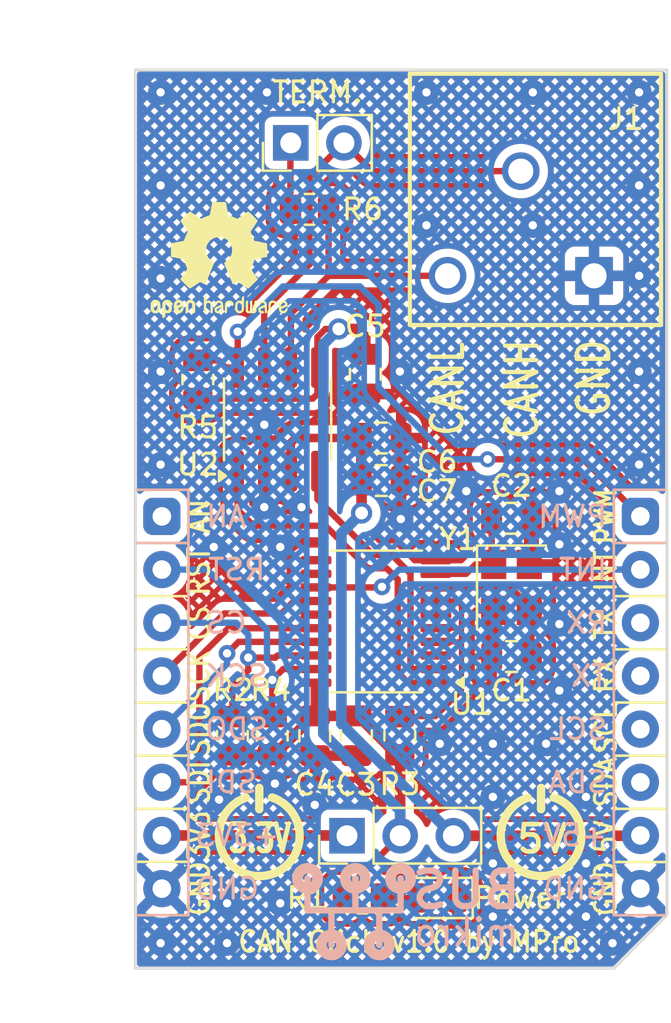
<source format=kicad_pcb>
(kicad_pcb (version 20241229) (generator "pcbnew") (generator_version "9.0")
  (title_block (title "CAN Click") (date "2025-04-21") (rev "1.0") (company "© 2025 MPro") (comment 1 "Designed by MPro") (comment 4 "Licensed under CERN-OHL-P v2 or any later version"))
  (layers (0 "F.Cu" signal) (2 "B.Cu" signal) (13 "F.Paste" user) (15 "B.Paste" user) (5 "F.SilkS" user "F.Silkscreen") (7 "B.SilkS" user "B.Silkscreen") (1 "F.Mask" user) (3 "B.Mask" user) (25 "Edge.Cuts" user))
  (net 0 "")
  (net 1 "Net-(U1-OSC2)")
  (net 2 "GND")
  (net 3 "Net-(U1-OSC1)")
  (net 4 "VCC")
  (net 5 "Net-(D1-A)")
  (net 6 "Net-(J1-Pin_2)")
  (net 7 "Net-(J1-Pin_3)")
  (net 8 "/~{INT}")
  (net 9 "/MOSI")
  (net 11 "/~{RESET}")
  (net 14 "/MISO")
  (net 16 "/~{STB}")
  (net 18 "/~{CS}")
  (net 19 "+3.3V")
  (net 20 "+5V")
  (net 21 "/SCK")
  (net 22 "Net-(JP2-A)")
  (net 23 "Net-(U1-~{TX0RTS})")
  (net 24 "Net-(U1-TXCAN)")
  (net 28 "Net-(U1-RXCAN)")
  (footprint "footprints:PinHeader_1x02_P2.54mm_Vertical" (layer "F.Cu") (at 98.166 49.149 90)
    (property "Reference" "JP2")
    (property "Value" "TERM." (at 2.413 1.275 0) (layer "F.SilkS"))
    (pad "1" thru_hole rect (at 0 0 90) (size 1.7 1.7) (drill 1) (layers "*.Cu" "*.Mask") (net 22 "Net-(JP2-A)"))
    (pad "2" thru_hole oval (at 0 2.54 90) (size 1.7 1.7) (drill 1) (layers "*.Cu" "*.Mask") (net 6 "Net-(J1-Pin_2)"))
  )
  (footprint "footprints:mikroBUS_module_M" (layer "F.Cu") (at 92.0085 66.991)
    (property "Reference" "J2" (hide yes))
    (property "Value" "CAN Click v1.0 by MPro" (at 11.8 20.32 0) (layer "F.SilkS") (effects (font (size 1 0.9))))
    (fp_line (start -1.27 -21.336) (end 24.13 -21.336) (stroke (width 0.12)) (layer "Edge.Cuts"))
    (fp_line (start -1.27 21.59) (end -1.27 -21.336) (stroke (width 0.12)) (layer "Edge.Cuts"))
    (fp_line (start 21.6 21.59) (end -1.27 21.59) (stroke (width 0.12)) (layer "Edge.Cuts"))
    (fp_line (start 21.6 21.59) (end 24.13 19.05) (stroke (width 0.12)) (layer "Edge.Cuts"))
    (fp_line (start 24.13 -21.336) (end 24.13 19.05) (stroke (width 0.12)) (layer "Edge.Cuts"))
    (fp_text user "GND" (at 21.209 17.78 90) (layer "F.SilkS") (effects (font (size 1 0.85) (thickness 0.15) (bold yes))))
    (fp_text user "GND" (at 1.778 17.78 90) (layer "F.SilkS") (effects (font (size 1 0.85) (thickness 0.15) (bold yes))))
    (fp_text user "PWM" (at 21.209 0 90) (layer "F.SilkS") (effects (font (size 1 0.8) (thickness 0.15) (bold yes))))
    (fp_text user "5V" (at 21.209 15.3 90) (layer "F.SilkS") (effects (font (size 1 0.85) (thickness 0.15) (bold yes))))
    (fp_text user "SCL" (at 21.209 10.16 90) (layer "F.SilkS") (effects (font (size 1 0.85) (thickness 0.15) (bold yes))))
    (fp_text user "INT" (at 21.209 2.6 90) (layer "F.SilkS") (effects (font (size 1 0.85) (thickness 0.15) (bold yes))))
    (fp_text user "SDA" (at 21.209 12.7 90) (layer "F.SilkS") (effects (font (size 1 0.85) (thickness 0.15) (bold yes))))
    (fp_text user "3V3" (at 1.778 15.24 90) (layer "F.SilkS") (effects (font (size 1 0.85) (thickness 0.15) (bold yes))))
    (fp_text user "RX" (at 21.209 7.6 90) (layer "F.SilkS") (effects (font (size 1 0.85) (thickness 0.15) (bold yes))))
    (fp_text user "SCK" (at 1.778 7.62 90) (layer "F.SilkS") (effects (font (size 1 0.85))))
    (fp_text user "AN" (at 1.778 0 90) (layer "F.SilkS") (effects (font (size 1 0.85))))
    (fp_text user "RST" (at 1.778 2.623639 90) (layer "F.SilkS") (effects (font (size 1 0.85))))
    (fp_text user "TX" (at 21.209 5.141427 90) (layer "F.SilkS") (effects (font (size 1 0.85) (thickness 0.15) (bold yes))))
    (fp_text user "SDO" (at 1.778 10.16 90) (layer "F.SilkS") (effects (font (size 1 0.85))))
    (fp_text user "SDI" (at 1.778 12.7 90) (layer "F.SilkS") (effects (font (size 1 0.85) (thickness 0.15) (bold yes))))
    (fp_text user "CS" (at 1.778 5.1 90) (layer "F.SilkS") (effects (font (size 1 0.85))))
    (fp_text user "SDO" (at 3.576659 10.16 0) (layer "B.SilkS") (effects (justify mirror)))
    (fp_text user "RST" (at 3.576659 2.54 0) (layer "B.SilkS") (effects (justify mirror)))
    (fp_text user "TX" (at 20.410514 7.62 0) (layer "B.SilkS") (effects (justify mirror)))
    (fp_text user "AN" (at 3.068659 0 0) (layer "B.SilkS") (effects (justify mirror)))
    (fp_text user "INT" (at 20.1248 2.54 0) (layer "B.SilkS") (effects (justify mirror)))
    (fp_text user "SDA" (at 19.862895 12.7 0) (layer "B.SilkS") (effects (justify mirror)))
    (fp_text user "SCL" (at 19.886704 10.16 0) (layer "B.SilkS") (effects (justify mirror)))
    (fp_text user "+3V3" (at 3.59581 15.24 0) (layer "B.SilkS") (effects (justify mirror)))
    (fp_text user "CS" (at 3.068659 5.08 0) (layer "B.SilkS") (effects (justify mirror)))
    (fp_text user "GND" (at 3.119619 17.78 0) (layer "B.SilkS") (effects (justify mirror)))
    (fp_text user "+5V" (at 19.743847 15.24 0) (layer "B.SilkS") (effects (justify mirror)))
    (fp_text user "GND" (at 19.743847 17.78 0) (layer "B.SilkS") (effects (justify mirror)))
    (fp_text user "PWM" (at 19.6248 0 0) (layer "B.SilkS") (effects (justify mirror)))
    (fp_text user "SCK" (at 3.576659 7.62 0) (layer "B.SilkS") (effects (justify mirror)))
    (fp_text user "SDI" (at 3.322659 12.7 0) (layer "B.SilkS") (effects (justify mirror)))
    (fp_text user "RX" (at 20.291466 5.08 0) (layer "B.SilkS") (effects (justify mirror)))
    (pad "P1" thru_hole roundrect (at 0 0) (size 1.778 1.778) (drill 0.889) (layers "*.Cu" "*.Mask"))
    (pad "P2" thru_hole circle (at 0 2.54) (size 1.778 1.778) (drill 0.889) (layers "*.Cu" "*.Mask") (net 11 "/~{RESET}"))
    (pad "P3" thru_hole circle (at 0 5.08) (size 1.778 1.778) (drill 0.889) (layers "*.Cu" "*.Mask") (net 18 "/~{CS}"))
    (pad "P4" thru_hole circle (at 0 7.62) (size 1.778 1.778) (drill 0.889) (layers "*.Cu" "*.Mask") (net 21 "/SCK"))
    (pad "P5" thru_hole circle (at 0 10.16) (size 1.778 1.778) (drill 0.889) (layers "*.Cu" "*.Mask") (net 14 "/MISO"))
    (pad "P6" thru_hole circle (at 0 12.7) (size 1.778 1.778) (drill 0.889) (layers "*.Cu" "*.Mask") (net 9 "/MOSI"))
    (pad "P7" thru_hole circle (at 0 15.24) (size 1.778 1.778) (drill 0.889) (layers "*.Cu" "*.Mask") (net 19 "+3.3V"))
    (pad "P8" thru_hole circle (at 0 17.78) (size 1.778 1.778) (drill 0.889) (layers "*.Cu" "*.Mask") (net 2 "GND"))
    (pad "P9" thru_hole circle (at 22.86 17.78) (size 1.778 1.778) (drill 0.889) (layers "*.Cu" "*.Mask") (net 2 "GND"))
    (pad "P10" thru_hole circle (at 22.86 15.24) (size 1.778 1.778) (drill 0.889) (layers "*.Cu" "*.Mask") (net 20 "+5V"))
    (pad "P11" thru_hole circle (at 22.86 12.7) (size 1.778 1.778) (drill 0.889) (layers "*.Cu" "*.Mask"))
    (pad "P12" thru_hole circle (at 22.86 10.16) (size 1.778 1.778) (drill 0.889) (layers "*.Cu" "*.Mask"))
    (pad "P13" thru_hole circle (at 22.86 7.62) (size 1.778 1.778) (drill 0.889) (layers "*.Cu" "*.Mask"))
    (pad "P14" thru_hole circle (at 22.86 5.08) (size 1.778 1.778) (drill 0.889) (layers "*.Cu" "*.Mask"))
    (pad "P15" thru_hole circle (at 22.86 2.54) (size 1.778 1.778) (drill 0.889) (layers "*.Cu" "*.Mask") (net 8 "/~{INT}"))
    (pad "P16" thru_hole roundrect (at 22.86 0) (size 1.778 1.778) (drill 0.889) (layers "*.Cu" "*.Mask") (net 16 "/~{STB}"))
  )
  (footprint "footprints:LED_0805_2012Metric" (layer "F.Cu") (at 105.171 85.217 180)
    (property "Reference" "D1")
    (property "Value" "Power" (at -3.937 0 0) (layer "F.SilkS"))
    (pad "1" smd roundrect (at -0.937501 0 180) (size 0.975 1.4) (layers "F.Cu" "F.Mask" "F.Paste") (net 2 "GND"))
    (pad "2" smd roundrect (at 0.937501 0 180) (size 0.975 1.4) (layers "F.Cu" "F.Mask" "F.Paste") (net 5 "Net-(D1-A)"))
  )
  (footprint "footprints:R_0805_2012Metric" (layer "F.Cu") (at 103.3765 77.470001 90)
    (property "Reference" "R3" (at -2.311399 0.0015 180) (layer "F.SilkS"))
    (property "Value" "100k")
    (pad "1" smd roundrect (at -0.9125 0 90) (size 1.025 1.4) (layers "F.Cu" "F.Mask" "F.Paste") (roundrect_rratio 0.243902) (net 4 "VCC"))
    (pad "2" smd roundrect (at 0.9125 0 90) (size 1.025 1.4) (layers "F.Cu" "F.Mask" "F.Paste") (roundrect_rratio 0.243902) (net 23 "Net-(U1-~{TX0RTS})"))
  )
  (footprint "footprints:Logo_Power_5V" (layer "F.Cu") (at 110.124 82.2452)
    (property "Reference" "REF**")
    (property "Value" "LOGO")
    (fp_text user "5V" (at -1.27 0.9144 0) (layer "F.SilkS") (effects (font (size 1.3 1.3) (thickness 0.225) (bold yes)) (justify left bottom)))
  )
  (footprint "footprints:PinHeader_1x03_P2.54mm_Vertical" (layer "F.Cu") (at 100.853 82.2452 90)
    (property "Reference" "JP1")
    (property "Value" "PWR")
    (pad "1" thru_hole rect (at 0 0 90) (size 1.7 1.7) (drill 1) (layers "*.Cu" "*.Mask") (net 19 "+3.3V"))
    (pad "2" thru_hole oval (at 0 2.54 90) (size 1.7 1.7) (drill 1) (layers "*.Cu" "*.Mask") (net 4 "VCC"))
    (pad "3" thru_hole oval (at 0 5.079999 90) (size 1.7 1.7) (drill 1) (layers "*.Cu" "*.Mask") (net 20 "+5V"))
  )
  (footprint "footprints:DG250-3.5-03P-11-00AH" (layer "F.Cu") (at 112.655 55.499 180)
    (property "Reference" "J1" (at -1.518 7.493 0) (layer "F.SilkS"))
    (property "Value" "CAN")
    (pad "1" thru_hole rect (at 0 0 180) (size 1.8 1.8) (drill 1.2) (layers "*.Cu" "*.Mask") (net 2 "GND"))
    (pad "2" thru_hole circle (at 3.5 5 180) (size 1.8 1.8) (drill 1.2) (layers "*.Cu" "*.Mask") (net 6 "Net-(J1-Pin_2)"))
    (pad "3" thru_hole circle (at 7 0 180) (size 1.8 1.8) (drill 1.2) (layers "*.Cu" "*.Mask") (net 7 "Net-(J1-Pin_3)"))
  )
  (footprint "footprints:R_0805_2012Metric" (layer "F.Cu") (at 93.726 60.452 90)
    (property "Reference" "R5" (at -2.286 0 180) (layer "F.SilkS"))
    (property "Value" "10k")
    (pad "1" smd roundrect (at -0.9125 0 90) (size 1.025 1.4) (layers "F.Cu" "F.Mask" "F.Paste") (roundrect_rratio 0.243902) (net 4 "VCC"))
    (pad "2" smd roundrect (at 0.9125 0 90) (size 1.025 1.4) (layers "F.Cu" "F.Mask" "F.Paste") (roundrect_rratio 0.243902) (net 16 "/~{STB}"))
  )
  (footprint "footprints:Crystal_SMD_3225-4Pin_3.2x2.5mm" (layer "F.Cu") (at 108.712 70.3834 -90)
    (property "Reference" "Y1" (at -2.3114 2.54 180) (layer "F.SilkS"))
    (property "Value" "16MHz")
    (pad "1" smd rect (at -1.1 0.85 270) (size 1.4 1.2) (layers "F.Cu" "F.Mask" "F.Paste") (net 3 "Net-(U1-OSC1)"))
    (pad "2" smd rect (at 1.1 0.85 270) (size 1.4 1.2) (layers "F.Cu" "F.Mask" "F.Paste") (net 2 "GND"))
    (pad "3" smd rect (at 1.1 -0.85 270) (size 1.4 1.2) (layers "F.Cu" "F.Mask" "F.Paste") (net 1 "Net-(U1-OSC2)"))
    (pad "4" smd rect (at -1.1 -0.85 270) (size 1.4 1.2) (layers "F.Cu" "F.Mask" "F.Paste") (net 2 "GND"))
  )
  (footprint "footprints:C_0805_2012Metric" (layer "F.Cu") (at 102.489 65.278)
    (property "Reference" "C7" (at 2.667 0.508 0) (layer "F.SilkS"))
    (property "Value" "100n")
    (pad "1" smd roundrect (at -0.949999 0) (size 1 1.45) (layers "F.Cu" "F.Mask" "F.Paste") (net 20 "+5V"))
    (pad "2" smd roundrect (at 0.949999 0) (size 1 1.45) (layers "F.Cu" "F.Mask" "F.Paste") (net 2 "GND"))
  )
  (footprint "footprints:TSSOP-20_4.4x6.5mm_P0.65mm" (layer "F.Cu") (at 102.235 72.009 180)
    (property "Reference" "U1" (at -4.572 -3.937 0) (layer "F.SilkS"))
    (property "Value" "MCP2515-xST")
    (pad "1" smd roundrect (at -2.8625 -2.925 180) (size 1.475 0.4) (layers "F.Cu" "F.Mask" "F.Paste") (net 24 "Net-(U1-TXCAN)"))
    (pad "2" smd roundrect (at -2.8625 -2.275 180) (size 1.475 0.4) (layers "F.Cu" "F.Mask" "F.Paste") (net 28 "Net-(U1-RXCAN)"))
    (pad "3" smd roundrect (at -2.8625 -1.625 180) (size 1.475 0.4) (layers "F.Cu" "F.Mask" "F.Paste"))
    (pad "4" smd roundrect (at -2.8625 -0.975 180) (size 1.475 0.4) (layers "F.Cu" "F.Mask" "F.Paste") (net 23 "Net-(U1-~{TX0RTS})"))
    (pad "5" smd roundrect (at -2.8625 -0.325 180) (size 1.475 0.4) (layers "F.Cu" "F.Mask" "F.Paste") (net 23 "Net-(U1-~{TX0RTS})"))
    (pad "6" smd roundrect (at -2.8625 0.325 180) (size 1.475 0.4) (layers "F.Cu" "F.Mask" "F.Paste"))
    (pad "7" smd roundrect (at -2.8625 0.975 180) (size 1.475 0.4) (layers "F.Cu" "F.Mask" "F.Paste") (net 23 "Net-(U1-~{TX0RTS})"))
    (pad "8" smd roundrect (at -2.8625 1.625 180) (size 1.475 0.4) (layers "F.Cu" "F.Mask" "F.Paste") (net 1 "Net-(U1-OSC2)"))
    (pad "9" smd roundrect (at -2.8625 2.275 180) (size 1.475 0.4) (layers "F.Cu" "F.Mask" "F.Paste") (net 3 "Net-(U1-OSC1)"))
    (pad "10" smd roundrect (at -2.8625 2.925 180) (size 1.475 0.4) (layers "F.Cu" "F.Mask" "F.Paste") (net 2 "GND"))
    (pad "11" smd roundrect (at 2.8625 2.925 180) (size 1.475 0.4) (layers "F.Cu" "F.Mask" "F.Paste"))
    (pad "12" smd roundrect (at 2.8625 2.275 180) (size 1.475 0.4) (layers "F.Cu" "F.Mask" "F.Paste"))
    (pad "13" smd roundrect (at 2.8625 1.625 180) (size 1.475 0.4) (layers "F.Cu" "F.Mask" "F.Paste") (net 8 "/~{INT}"))
    (pad "14" smd roundrect (at 2.8625 0.975 180) (size 1.475 0.4) (layers "F.Cu" "F.Mask" "F.Paste") (net 21 "/SCK"))
    (pad "15" smd roundrect (at 2.8625 0.325 180) (size 1.475 0.4) (layers "F.Cu" "F.Mask" "F.Paste"))
    (pad "16" smd roundrect (at 2.8625 -0.325 180) (size 1.475 0.4) (layers "F.Cu" "F.Mask" "F.Paste") (net 9 "/MOSI"))
    (pad "17" smd roundrect (at 2.8625 -0.975 180) (size 1.475 0.4) (layers "F.Cu" "F.Mask" "F.Paste") (net 14 "/MISO"))
    (pad "18" smd roundrect (at 2.8625 -1.625 180) (size 1.475 0.4) (layers "F.Cu" "F.Mask" "F.Paste") (net 18 "/~{CS}"))
    (pad "19" smd roundrect (at 2.8625 -2.275 180) (size 1.475 0.4) (layers "F.Cu" "F.Mask" "F.Paste") (net 11 "/~{RESET}"))
    (pad "20" smd roundrect (at 2.8625 -2.925 180) (size 1.475 0.4) (layers "F.Cu" "F.Mask" "F.Paste") (net 4 "VCC"))
  )
  (footprint "footprints:R_0805_2012Metric" (layer "F.Cu") (at 97.282 77.47 90)
    (property "Reference" "R4" (at 2.1844 -0.0762 180) (layer "F.SilkS"))
    (property "Value" "100k")
    (pad "1" smd roundrect (at -0.9125 0 90) (size 1.025 1.4) (layers "F.Cu" "F.Mask" "F.Paste") (roundrect_rratio 0.243902) (net 4 "VCC"))
    (pad "2" smd roundrect (at 0.9125 0 90) (size 1.025 1.4) (layers "F.Cu" "F.Mask" "F.Paste") (roundrect_rratio 0.243902) (net 11 "/~{RESET}"))
  )
  (footprint "footprints:C_0805_2012Metric" (layer "F.Cu") (at 102.489 63.246)
    (property "Reference" "C6" (at 2.667 1.143 0) (layer "F.SilkS"))
    (property "Value" "10u")
    (pad "1" smd roundrect (at -0.949999 0) (size 1 1.45) (layers "F.Cu" "F.Mask" "F.Paste") (net 20 "+5V"))
    (pad "2" smd roundrect (at 0.949999 0) (size 1 1.45) (layers "F.Cu" "F.Mask" "F.Paste") (net 2 "GND"))
  )
  (footprint "footprints:OSHW-Logo2_7.3x6mm_SilkScreen" (layer "F.Cu") (at 94.742 54.737)
    (property "Reference" "LOGO1")
    (property "Value" "Logo_Open_Hardware_Small")
  )
  (footprint "footprints:C_0805_2012Metric" (layer "F.Cu") (at 101.727 60.198 -90)
    (property "Reference" "C5" (at -2.286 0 180) (layer "F.SilkS"))
    (property "Value" "100n")
    (pad "1" smd roundrect (at -0.949999 0 270) (size 1 1.45) (layers "F.Cu" "F.Mask" "F.Paste") (net 4 "VCC"))
    (pad "2" smd roundrect (at 0.949999 0 270) (size 1 1.45) (layers "F.Cu" "F.Mask" "F.Paste") (net 2 "GND"))
  )
  (footprint "footprints:Logo_Power_3V3" (layer "F.Cu") (at 96.662 82.2452)
    (property "Reference" "REF**")
    (property "Value" "LOGO")
    (fp_text user "3.3V" (at -1.5748 0.889 0) (layer "F.SilkS") (effects (font (size 1.3 0.9) (thickness 0.225) (bold yes)) (justify left bottom)))
  )
  (footprint "footprints:C_0805_2012Metric" (layer "F.Cu") (at 101.303999 77.47 -90)
    (property "Reference" "C3" (at 2.3368 0.008799 180) (layer "F.SilkS"))
    (property "Value" "10u")
    (pad "1" smd roundrect (at -0.949999 0 270) (size 1 1.45) (layers "F.Cu" "F.Mask" "F.Paste") (net 4 "VCC"))
    (pad "2" smd roundrect (at 0.949999 0 270) (size 1 1.45) (layers "F.Cu" "F.Mask" "F.Paste") (net 2 "GND"))
  )
  (footprint "footprints:R_0805_2012Metric" (layer "F.Cu") (at 99.06 52.324 180)
    (property "Reference" "R6" (at -2.54 0 0) (layer "F.SilkS"))
    (property "Value" "120")
    (pad "1" smd roundrect (at -0.9125 0 180) (size 1.025 1.4) (layers "F.Cu" "F.Mask" "F.Paste") (roundrect_rratio 0.243902) (net 7 "Net-(J1-Pin_3)"))
    (pad "2" smd roundrect (at 0.9125 0 180) (size 1.025 1.4) (layers "F.Cu" "F.Mask" "F.Paste") (roundrect_rratio 0.243902) (net 22 "Net-(JP2-A)"))
  )
  (footprint "footprints:C_0805_2012Metric" (layer "F.Cu") (at 108.712 73.685399)
    (property "Reference" "C1" (at 0 1.625601 0) (layer "F.SilkS"))
    (property "Value" "22pF")
    (pad "1" smd roundrect (at -0.949999 0) (size 1 1.45) (layers "F.Cu" "F.Mask" "F.Paste") (net 2 "GND"))
    (pad "2" smd roundrect (at 0.949999 0) (size 1 1.45) (layers "F.Cu" "F.Mask" "F.Paste") (net 1 "Net-(U1-OSC2)"))
  )
  (footprint "footprints:C_0805_2012Metric" (layer "F.Cu") (at 108.712 67.0814 180)
    (property "Reference" "C2" (at 0 1.5494 0) (layer "F.SilkS"))
    (property "Value" "22pF")
    (pad "1" smd roundrect (at -0.949999 0 180) (size 1 1.45) (layers "F.Cu" "F.Mask" "F.Paste") (net 2 "GND"))
    (pad "2" smd roundrect (at 0.949999 0 180) (size 1 1.45) (layers "F.Cu" "F.Mask" "F.Paste") (net 3 "Net-(U1-OSC1)"))
  )
  (footprint "footprints:R_0805_2012Metric" (layer "F.Cu") (at 95.377 77.47 90)
    (property "Reference" "R2" (at 2.1844 0.0254 180) (layer "F.SilkS"))
    (property "Value" "100k")
    (pad "1" smd roundrect (at -0.9125 0 90) (size 1.025 1.4) (layers "F.Cu" "F.Mask" "F.Paste") (roundrect_rratio 0.243902) (net 4 "VCC"))
    (pad "2" smd roundrect (at 0.9125 0 90) (size 1.025 1.4) (layers "F.Cu" "F.Mask" "F.Paste") (roundrect_rratio 0.243902) (net 18 "/~{CS}"))
  )
  (footprint "footprints:R_0805_2012Metric" (layer "F.Cu") (at 101.5915 85.217)
    (property "Reference" "R1" (at -2.6435 0 0) (layer "F.SilkS"))
    (property "Value" "2k2")
    (pad "1" smd roundrect (at -0.9125 0) (size 1.025 1.4) (layers "F.Cu" "F.Mask" "F.Paste") (roundrect_rratio 0.243902) (net 4 "VCC"))
    (pad "2" smd roundrect (at 0.9125 0) (size 1.025 1.4) (layers "F.Cu" "F.Mask" "F.Paste") (roundrect_rratio 0.243902) (net 5 "Net-(D1-A)"))
  )
  (footprint "footprints:C_0805_2012Metric" (layer "F.Cu") (at 99.314 77.470001 -90)
    (property "Reference" "C4" (at 2.336799 0 180) (layer "F.SilkS"))
    (property "Value" "100n")
    (pad "1" smd roundrect (at -0.949999 0 270) (size 1 1.45) (layers "F.Cu" "F.Mask" "F.Paste") (net 4 "VCC"))
    (pad "2" smd roundrect (at 0.949999 0 270) (size 1 1.45) (layers "F.Cu" "F.Mask" "F.Paste") (net 2 "GND"))
  )
  (footprint "Package_SO:SOIC-8_3.9x4.9mm_P1.27mm" (layer "F.Cu") (at 97.536 62.357 90)
    (property "Reference" "U2" (at -2.159 -3.81 180) (layer "F.SilkS"))
    (property "Value" "COS1042T/3")
    (pad "1" smd roundrect (at -2.475 -1.905 90) (size 1.95 0.6) (layers "F.Cu" "F.Mask" "F.Paste") (net 24 "Net-(U1-TXCAN)"))
    (pad "2" smd roundrect (at -2.475 -0.635 90) (size 1.95 0.6) (layers "F.Cu" "F.Mask" "F.Paste") (net 2 "GND"))
    (pad "3" smd roundrect (at -2.475 0.635 90) (size 1.95 0.6) (layers "F.Cu" "F.Mask" "F.Paste") (net 20 "+5V"))
    (pad "4" smd roundrect (at -2.475 1.905 90) (size 1.95 0.6) (layers "F.Cu" "F.Mask" "F.Paste") (net 28 "Net-(U1-RXCAN)"))
    (pad "5" smd roundrect (at 2.475 1.905 90) (size 1.95 0.6) (layers "F.Cu" "F.Mask" "F.Paste") (net 4 "VCC"))
    (pad "6" smd roundrect (at 2.475 0.635 90) (size 1.95 0.6) (layers "F.Cu" "F.Mask" "F.Paste") (net 7 "Net-(J1-Pin_3)"))
    (pad "7" smd roundrect (at 2.475 -0.635 90) (size 1.95 0.6) (layers "F.Cu" "F.Mask" "F.Paste") (net 6 "Net-(J1-Pin_2)"))
    (pad "8" smd roundrect (at 2.475 -1.905 90) (size 1.95 0.6) (layers "F.Cu" "F.Mask" "F.Paste") (net 16 "/~{STB}"))
  )
  (footprint "footprints:mikroBUS_logo_text" (layer "B.Cu") (at 101.219 84.328)
    (property "Reference" "REF**" (hide yes))
    (property "Value" "mikroBUS_logo_text" (hide yes))
    (fp_text user "mikro" (at 5.334 2.54 180) (layer "B.SilkS") (effects (font (size 1.3 1.2) (thickness 0.18)) (justify mirror)))
    (fp_text user "BUS" (at 5.334 0.508 180) (layer "B.SilkS") (effects (font (size 1.7 1.7) (thickness 0.3)) (justify mirror)))
  )
  (gr_text "GND" (at 112.649 58.42 90) (layer "F.SilkS") (effects (font (size 1.5 1.2) (thickness 0.2) (bold yes)) (justify right)))
  (gr_text "CANL" (at 105.664 58.547 90) (layer "F.SilkS") (effects (font (size 1.5 1.2) (thickness 0.2) (bold yes)) (justify right)))
  (gr_text "CANH" (at 109.22 58.42 90) (layer "F.SilkS") (effects (font (size 1.5 1.2) (thickness 0.2) (bold yes)) (justify right)))
  (segment (start 105.0975 70.384) (end 108.6618 70.384) (width 0.3048) (layer "F.Cu") (net 1))
  (segment (start 109.661999 71.583399) (end 109.562 71.4834) (width 0.3048) (layer "F.Cu") (net 1))
  (segment (start 109.562 71.2842) (end 109.562 71.4834) (width 0.3048) (layer "F.Cu") (net 1))
  (segment (start 108.6618 70.384) (end 109.562 71.2842) (width 0.3048) (layer "F.Cu") (net 1))
  (segment (start 109.661999 73.685399) (end 109.661999 71.583399) (width 0.3048) (layer "F.Cu") (net 1))
  (segment (start 105.0975 69.084) (end 104.08931 69.084) (width 0.3048) (layer "F.Cu") (net 2))
  (segment (start 107.862 71.4834) (end 107.0024 71.4834) (width 0.3048) (layer "F.Cu") (net 2))
  (segment (start 105.0975 69.084) (end 106.303 69.084) (width 0.3048) (layer "F.Cu") (net 2))
  (segment (start 106.807 73.66) (end 106.807 74.676) (width 0.3048) (layer "F.Cu") (net 2))
  (segment (start 107.0024 71.4834) (end 106.807 71.6788) (width 0.3048) (layer "F.Cu") (net 2))
  (segment (start 106.807 71.6788) (end 106.807 73.66) (width 0.3048) (layer "F.Cu") (net 2))
  (segment (start 107.762001 73.685399) (end 106.832399 73.685399) (width 0.3048) (layer "F.Cu") (net 2))
  (segment (start 107.762001 71.583399) (end 107.862 71.4834) (width 0.7112) (layer "F.Cu") (net 2))
  (segment (start 106.807 74.676) (end 107.061 74.93) (width 0.3048) (layer "F.Cu") (net 2))
  (segment (start 103.07731 68.072) (end 102.87 68.072) (width 0.3048) (layer "F.Cu") (net 2))
  (segment (start 106.303 69.084) (end 106.68 68.707) (width 0.3048) (layer "F.Cu") (net 2))
  (segment (start 109.661999 67.0814) (end 109.661999 69.183401) (width 0.7112) (layer "F.Cu") (net 2))
  (segment (start 104.08931 69.084) (end 103.07731 68.072) (width 0.3048) (layer "F.Cu") (net 2))
  (segment (start 109.661999 69.183401) (end 109.562 69.2834) (width 0.7112) (layer "F.Cu") (net 2))
  (segment (start 107.762001 73.685399) (end 107.762001 71.583399) (width 0.7112) (layer "F.Cu") (net 2))
  (segment (start 106.832399 73.685399) (end 106.807 73.66) (width 0.3048) (layer "F.Cu") (net 2))
  (via (at 109.728 46.736) (size 0.8) (drill 0.4) (layers "F.Cu" "B.Cu") (net 2))
  (via (at 104.648 46.736) (size 0.8) (drill 0.4) (layers "F.Cu" "B.Cu") (net 2))
  (via (at 95.123 87.376) (size 0.8) (drill 0.4) (layers "F.Cu" "B.Cu") (net 2))
  (via (at 97.663 85.471) (size 0.8) (drill 0.4) (layers "F.Cu" "B.Cu") (net 2))
  (via (at 107.823 83.566) (size 0.8) (drill 0.4) (layers "F.Cu" "B.Cu") (net 2))
  (via (at 91.948 51.181) (size 0.8) (drill 0.4) (layers "F.Cu" "B.Cu") (net 2))
  (via (at 110.998 72.136) (size 0.8) (drill 0.4) (layers "F.Cu" "B.Cu") (net 2))
  (via (at 112.268 80.391) (size 0.8) (drill 0.4) (layers "F.Cu" "B.Cu") (net 2))
  (via (at 91.948 55.626) (size 0.8) (drill 0.4) (layers "F.Cu" "B.Cu") (net 2))
  (via (at 114.808 64.516) (size 0.8) (drill 0.4) (layers "F.Cu" "B.Cu") (net 2))
  (via (at 110.363 77.851) (size 0.8) (drill 0.4) (layers "F.Cu" "B.Cu") (net 2))
  (via (at 113.538 87.376) (size 0.8) (drill 0.4) (layers "F.Cu" "B.Cu") (net 2))
  (via (at 99.314 80.772) (size 0.8) (drill 0.4) (layers "F.Cu" "B.Cu") (net 2))
  (via (at 112.268 86.106) (size 0.8) (drill 0.4) (layers "F.Cu" "B.Cu") (net 2))
  (via (at 114.808 46.736) (size 0.8) (drill 0.4) (layers "F.Cu" "B.Cu") (net 2))
  (via (at 97.663 68.453) (size 0.8) (drill 0.4) (layers "F.Cu" "B.Cu") (net 2))
  (via (at 97.409 79.756) (size 0.8) (drill 0.4) (layers "F.Cu" "B.Cu") (net 2))
  (via (at 98.679 66.548) (size 0.8) (drill 0.4) (layers "F.Cu" "B.Cu") (net 2))
  (via (at 95.123 85.471) (size 0.8) (drill 0.4) (layers "F.Cu" "B.Cu") (net 2))
  (via (at 91.948 87.376) (size 0.8) (drill 0.4) (layers "F.Cu" "B.Cu") (net 2))
  (via (at 110.998 68.326) (size 0.8) (drill 0.4) (layers "F.Cu" "B.Cu") (net 2))
  (via (at 106.553 65.786) (size 0.8) (drill 0.4) (layers "F.Cu" "B.Cu") (net 2))
  (via (at 110.998 65.786) (size 0.8) (drill 0.4) (layers "F.Cu" "B.Cu") (net 2))
  (via (at 107.823 86.106) (size 0.8) (drill 0.4) (layers "F.Cu" "B.Cu") (net 2))
  (via (at 103.4235 67.118) (size 0.8) (drill 0.4) (layers "F.Cu" "B.Cu") (net 2))
  (via (at 112.268 83.566) (size 0.8) (drill 0.4) (layers "F.Cu" "B.Cu") (net 2))
  (via (at 110.998 75.311) (size 0.8) (drill 0.4) (layers "F.Cu" "B.Cu") (net 2))
  (via (at 96.901 62.611) (size 0.8) (drill 0.4) (layers "F.Cu" "B.Cu") (net 2))
  (via (at 114.808 60.071) (size 0.8) (drill 0.4) (layers "F.Cu" "B.Cu") (net 2))
  (via (at 97.028 46.736) (size 0.8) (drill 0.4) (layers "F.Cu" "B.Cu") (net 2))
  (via (at 103.378 60.071) (size 0.8) (drill 0.4) (layers "F.Cu" "B.Cu") (net 2))
  (via (at 94.488 68.453) (size 0.8) (drill 0.4) (layers "F.Cu" "B.Cu") (net 2))
  (via (at 91.948 64.516) (size 0.8) (drill 0.4) (layers "F.Cu" "B.Cu") (net 2))
  (via (at 91.948 60.071) (size 0.8) (drill 0.4) (layers "F.Cu" "B.Cu") (net 2))
  (via (at 109.728 53.086) (size 0.8) (drill 0.4) (layers "F.Cu" "B.Cu") (net 2))
  (via (at 114.808 55.499) (size 0.8) (drill 0.4) (layers "F.Cu" "B.Cu") (net 2))
  (via (at 114.808 51.181) (size 0.8) (drill 0.4) (layers "F.Cu" "B.Cu") (net 2))
  (via (at 104.648 53.086) (size 0.8) (drill 0.4) (layers "F.Cu" "B.Cu") (net 2))
  (via (at 107.823 77.851) (size 0.8) (drill 0.4) (layers "F.Cu" "B.Cu") (net 2))
  (via (at 96.901 66.548) (size 0.8) (drill 0.4) (layers "F.Cu" "B.Cu") (net 2))
  (via (at 107.823 80.391) (size 0.8) (drill 0.4) (layers "F.Cu" "B.Cu") (net 2))
  (via (at 105.283 77.851) (size 0.8) (drill 0.4) (layers "F.Cu" "B.Cu") (net 2))
  (via (at 94.742 80.518) (size 0.8) (drill 0.4) (layers "F.Cu" "B.Cu") (net 2))
  (via (at 91.948 46.736) (size 0.8) (drill 0.4) (layers "F.Cu" "B.Cu") (net 2))
  (segment (start 105.0975 69.734) (end 106.542 69.734) (width 0.3048) (layer "F.Cu") (net 3))
  (segment (start 107.762001 69.183401) (end 107.862 69.2834) (width 0.3048) (layer "F.Cu") (net 3))
  (segment (start 107.762001 67.0814) (end 107.762001 69.183401) (width 0.3048) (layer "F.Cu") (net 3))
  (segment (start 106.9926 69.2834) (end 107.862 69.2834) (width 0.3048) (layer "F.Cu") (net 3))
  (segment (start 106.542 69.734) (end 106.9926 69.2834) (width 0.3048) (layer "F.Cu") (net 3))
  (segment (start 101.303999 76.520001) (end 99.314 76.520002) (width 0.508) (layer "F.Cu") (net 4))
  (segment (start 103.24436 78.382501) (end 101.38186 76.520001) (width 0.508) (layer "F.Cu") (net 4))
  (segment (start 101.38186 76.520001) (end 101.303999 76.520001) (width 0.508) (layer "F.Cu") (net 4))
  (segment (start 99.314 74.9925) (end 99.3725 74.934) (width 0.3048) (layer "F.Cu") (net 4))
  (segment (start 103.393 82.2452) (end 103.393 78.399001) (width 0.508) (layer "F.Cu") (net 4))
  (segment (start 97.3855 78.3825) (end 97.282 78.3825) (width 0.508) (layer "F.Cu") (net 4))
  (segment (start 103.393 78.399001) (end 103.3765 78.382501) (width 0.508) (layer "F.Cu") (net 4))
  (segment (start 100.457 58.039) (end 99.822 58.039) (width 0.3048) (layer "F.Cu") (net 4))
  (segment (start 99.2143 61.3645) (end 99.441 61.1378) (width 0.3048) (layer "F.Cu") (net 4))
  (segment (start 103.3765 78.382501) (end 103.24436 78.382501) (width 0.508) (layer "F.Cu") (net 4))
  (segment (start 100.679 84.9592) (end 103.393 82.2452) (width 0.3048) (layer "F.Cu") (net 4))
  (segment (start 101.727 59.248001) (end 101.727 58.42) (width 0.508) (layer "F.Cu") (net 4))
  (segment (start 99.247998 76.520002) (end 97.3855 78.3825) (width 0.508) (layer "F.Cu") (net 4))
  (segment (start 97.282 78.3825) (end 95.377 78.3825) (width 0.508) (layer "F.Cu") (net 4))
  (segment (start 100.679 85.217) (end 100.679 84.9592) (width 0.3048) (layer "F.Cu") (net 4))
  (segment (start 99.822 58.039) (end 99.441 58.42) (width 0.3048) (layer "F.Cu") (net 4))
  (segment (start 99.314 76.520002) (end 99.314 74.9925) (width 0.4064) (layer "F.Cu") (net 4))
  (segment (start 99.441 61.1378) (end 99.441 59.882) (width 0.3048) (layer "F.Cu") (net 4))
  (segment (start 93.726 61.3645) (end 99.2143 61.3645) (width 0.3048) (layer "F.Cu") (net 4))
  (segment (start 99.314 76.520002) (end 99.247998 76.520002) (width 0.508) (layer "F.Cu") (net 4))
  (segment (start 99.441 58.42) (end 99.441 59.882) (width 0.3048) (layer "F.Cu") (net 4))
  (segment (start 101.346 58.039) (end 100.457 58.039) (width 0.508) (layer "F.Cu") (net 4))
  (segment (start 101.727 58.42) (end 101.346 58.039) (width 0.508) (layer "F.Cu") (net 4))
  (via (at 100.457 58.039) (size 1.016) (drill 0.6096) (layers "F.Cu" "B.Cu") (net 4))
  (segment (start 103.393 81.041) (end 103.393 82.2452) (width 0.508) (layer "B.Cu") (net 4))
  (segment (start 99.7226 58.7734) (end 99.7226 77.3706) (width 0.508) (layer "B.Cu") (net 4))
  (segment (start 99.7226 77.3706) (end 103.393 81.041) (width 0.508) (layer "B.Cu") (net 4))
  (segment (start 100.457 58.039) (end 99.7226 58.7734) (width 0.508) (layer "B.Cu") (net 4))
  (segment (start 102.504 85.217) (end 104.233499 85.217) (width 0.3048) (layer "F.Cu") (net 5))
  (segment (start 100.706 49.149) (end 102.056 50.499) (width 0.3048) (layer "F.Cu") (net 6))
  (segment (start 96.901 59.882) (end 96.901 57.1119) (width 0.3048) (layer "F.Cu") (net 6))
  (segment (start 102.056 50.499) (end 109.155 50.499) (width 0.3048) (layer "F.Cu") (net 6))
  (segment (start 99.06 54.9529) (end 99.06 50.795) (width 0.3048) (layer "F.Cu") (net 6))
  (segment (start 96.901 57.1119) (end 99.06 54.9529) (width 0.3048) (layer "F.Cu") (net 6))
  (segment (start 99.06 50.795) (end 100.706 49.149) (width 0.3048) (layer "F.Cu") (net 6))
  (segment (start 105.655 55.499) (end 99.9744 55.499) (width 0.3048) (layer "F.Cu") (net 7))
  (segment (start 98.171 57.3024) (end 99.9725 55.5009) (width 0.3048) (layer "F.Cu") (net 7))
  (segment (start 98.171 59.882) (end 98.171 57.3024) (width 0.3048) (layer "F.Cu") (net 7))
  (segment (start 99.9725 55.5009) (end 99.9725 52.324) (width 0.3048) (layer "F.Cu") (net 7))
  (segment (start 99.9744 55.499) (end 99.9725 55.5009) (width 0.3048) (layer "F.Cu") (net 7))
  (segment (start 102.524 70.358) (end 102.498 70.384) (width 0.3048) (layer "F.Cu") (net 8))
  (segment (start 102.498 70.384) (end 99.3725 70.384) (width 0.3048) (layer "F.Cu") (net 8))
  (via (at 102.524 70.358) (size 0.8) (drill 0.4) (layers "F.Cu" "B.Cu") (net 8))
  (segment (start 103.338991 69.533409) (end 113.092591 69.533409) (width 0.3048) (layer "B.Cu") (net 8))
  (segment (start 113.095 69.531) (end 114.8685 69.531) (width 0.3048) (layer "B.Cu") (net 8))
  (segment (start 102.524 70.3484) (end 103.338991 69.533409) (width 0.3048) (layer "B.Cu") (net 8))
  (segment (start 102.524 70.358) (end 102.524 70.3484) (width 0.3048) (layer "B.Cu") (net 8))
  (segment (start 113.092591 69.533409) (end 113.095 69.531) (width 0.3048) (layer "B.Cu") (net 8))
  (segment (start 93.8022 79.1464) (end 93.2576 79.691) (width 0.3048) (layer "F.Cu") (net 9))
  (segment (start 95.179 72.334) (end 93.8022 73.7108) (width 0.3048) (layer "F.Cu") (net 9))
  (segment (start 99.3725 72.334) (end 95.179 72.334) (width 0.3048) (layer "F.Cu") (net 9))
  (segment (start 93.2576 79.691) (end 92.0085 79.691) (width 0.3048) (layer "F.Cu") (net 9))
  (segment (start 93.8022 73.7108) (end 93.8022 79.1464) (width 0.3048) (layer "F.Cu") (net 9))
  (segment (start 97.282 74.803) (end 97.801 74.284) (width 0.3048) (layer "F.Cu") (net 11))
  (segment (start 97.282 76.5575) (end 97.282 74.803) (width 0.3048) (layer "F.Cu") (net 11))
  (segment (start 97.801 74.284) (end 99.3725 74.284) (width 0.3048) (layer "F.Cu") (net 11))
  (via (at 97.282 74.803) (size 0.8) (drill 0.4) (layers "F.Cu" "B.Cu") (net 11))
  (segment (start 97.282 74.803) (end 97.282 74.168) (width 0.3048) (layer "B.Cu") (net 11))
  (segment (start 97.028 73.914) (end 97.028 72.39) (width 0.3048) (layer "B.Cu") (net 11))
  (segment (start 97.282 74.168) (end 97.028 73.914) (width 0.3048) (layer "B.Cu") (net 11))
  (segment (start 94.169 69.531) (end 92.0085 69.531) (width 0.3048) (layer "B.Cu") (net 11))
  (segment (start 97.028 72.39) (end 94.169 69.531) (width 0.3048) (layer "B.Cu") (net 11))
  (segment (start 95.672 72.984) (end 99.3725 72.984) (width 0.3048) (layer "F.Cu") (net 14))
  (segment (start 95.123 73.533) (end 95.672 72.984) (width 0.3048) (layer "F.Cu") (net 14))
  (via (at 95.123 73.533) (size 0.8) (drill 0.4) (layers "F.Cu" "B.Cu") (net 14))
  (segment (start 95.123 74.041) (end 94.516528 74.647472) (width 0.3048) (layer "B.Cu") (net 14))
  (segment (start 95.123 73.533) (end 95.123 74.041) (width 0.3048) (layer "B.Cu") (net 14))
  (segment (start 94.512028 74.647472) (end 92.0085 77.151) (width 0.3048) (layer "B.Cu") (net 14))
  (segment (start 94.516528 74.647472) (end 94.512028 74.647472) (width 0.3048) (layer "B.Cu") (net 14))
  (segment (start 95.061 59.882) (end 95.631 59.882) (width 0.3048) (layer "F.Cu") (net 16))
  (segment (start 94.7185 59.5395) (end 95.061 59.882) (width 0.3048) (layer "F.Cu") (net 16))
  (segment (start 93.726 59.5395) (end 94.7185 59.5395) (width 0.3048) (layer "F.Cu") (net 16))
  (segment (start 112.1395 64.262) (end 114.8685 66.991) (width 0.3048) (layer "F.Cu") (net 16))
  (segment (start 107.569 64.262) (end 112.1395 64.262) (width 0.3048) (layer "F.Cu") (net 16))
  (segment (start 95.631 58.166) (end 95.631 59.882) (width 0.3048) (layer "F.Cu") (net 16))
  (via (at 107.569 64.262) (size 0.762) (drill 0.4064) (layers "F.Cu" "B.Cu") (net 16))
  (via (at 95.631 58.166) (size 0.762) (drill 0.4064) (layers "F.Cu" "B.Cu") (net 16))
  (segment (start 102.362 56.896) (end 101.473 56.007) (width 0.3048) (layer "B.Cu") (net 16))
  (segment (start 107.569 64.262) (end 105.791 64.262) (width 0.3048) (layer "B.Cu") (net 16))
  (segment (start 105.791 64.262) (end 102.362 60.833) (width 0.3048) (layer "B.Cu") (net 16))
  (segment (start 102.362 60.833) (end 102.362 56.896) (width 0.3048) (layer "B.Cu") (net 16))
  (segment (start 97.79 56.007) (end 95.631 58.166) (width 0.3048) (layer "B.Cu") (net 16))
  (segment (start 101.473 56.007) (end 97.79 56.007) (width 0.3048) (layer "B.Cu") (net 16))
  (segment (start 96.139 73.7364) (end 96.139 74.3331) (width 0.3048) (layer "F.Cu") (net 18))
  (segment (start 97.816 73.634) (end 99.3725 73.634) (width 0.3048) (layer "F.Cu") (net 18))
  (segment (start 97.4342 73.7364) (end 97.536 73.6346) (width 0.3048) (layer "F.Cu") (net 18))
  (segment (start 95.377 75.0951) (end 95.377 76.5575) (width 0.3048) (layer "F.Cu") (net 18))
  (segment (start 97.536 73.6346) (end 97.8154 73.6346) (width 0.3048) (layer "F.Cu") (net 18))
  (segment (start 96.139 73.7364) (end 97.4342 73.7364) (width 0.3048) (layer "F.Cu") (net 18))
  (segment (start 97.8154 73.6346) (end 97.816 73.634) (width 0.3048) (layer "F.Cu") (net 18))
  (segment (start 96.139 74.3331) (end 95.377 75.0951) (width 0.3048) (layer "F.Cu") (net 18))
  (via (at 96.139 73.7364) (size 0.8) (drill 0.4) (layers "F.Cu" "B.Cu") (net 18))
  (segment (start 96.139 72.644) (end 95.566 72.071) (width 0.3048) (layer "B.Cu") (net 18))
  (segment (start 95.566 72.071) (end 92.0085 72.071) (width 0.3048) (layer "B.Cu") (net 18))
  (segment (start 96.139 73.7364) (end 96.139 72.644) (width 0.3048) (layer "B.Cu") (net 18))
  (segment (start 100.8388 82.231) (end 100.853 82.2452) (width 0.508) (layer "F.Cu") (net 19))
  (segment (start 92.0085 82.231) (end 100.8388 82.231) (width 0.508) (layer "F.Cu") (net 19))
  (segment (start 98.171 63.4746) (end 98.3996 63.246) (width 0.4064) (layer "F.Cu") (net 20))
  (segment (start 105.932999 82.2452) (end 114.8543 82.2452) (width 0.508) (layer "F.Cu") (net 20))
  (segment (start 98.3996 63.246) (end 101.539001 63.246) (width 0.4064) (layer "F.Cu") (net 20))
  (segment (start 101.5492 65.288199) (end 101.539001 65.278) (width 0.508) (layer "F.Cu") (net 20))
  (segment (start 101.5492 66.8306) (end 101.5492 65.288199) (width 0.508) (layer "F.Cu") (net 20))
  (segment (start 101.539001 65.278) (end 101.539001 63.246) (width 0.508) (layer "F.Cu") (net 20))
  (segment (start 98.171 64.832) (end 98.171 63.4746) (width 0.4064) (layer "F.Cu") (net 20))
  (segment (start 114.8543 82.2452) (end 114.8685 82.231) (width 0.508) (layer "F.Cu") (net 20))
  (via (at 101.5492 66.8306) (size 1.016) (drill 0.6096) (layers "F.Cu" "B.Cu") (net 20))
  (segment (start 100.584 67.7958) (end 100.584 76.896201) (width 0.508) (layer "B.Cu") (net 20))
  (segment (start 100.584 76.896201) (end 105.932999 82.2452) (width 0.508) (layer "B.Cu") (net 20))
  (segment (start 101.5492 66.8306) (end 100.584 67.7958) (width 0.508) (layer "B.Cu") (net 20))
  (segment (start 99.3725 71.034) (end 98.322012 71.034) (width 0.3048) (layer "F.Cu") (net 21))
  (segment (start 97.728012 71.628) (end 94.9915 71.628) (width 0.3048) (layer "F.Cu") (net 21))
  (segment (start 94.9915 71.628) (end 92.0085 74.611) (width 0.3048) (layer "F.Cu") (net 21))
  (segment (start 98.322012 71.034) (end 97.728012 71.628) (width 0.3048) (layer "F.Cu") (net 21))
  (segment (start 98.1475 49.1675) (end 98.166 49.149) (width 0.3048) (layer "F.Cu") (net 22))
  (segment (start 98.1475 52.324) (end 98.1475 49.1675) (width 0.3048) (layer "F.Cu") (net 22))
  (segment (start 106.319659 75.311) (end 106.319659 72.984) (width 0.25) (layer "F.Cu") (net 23))
  (segment (start 103.3765 76.557501) (end 105.073158 76.557501) (width 0.25) (layer "F.Cu") (net 23))
  (segment (start 105.0975 72.984) (end 106.319659 72.984) (width 0.25) (layer "F.Cu") (net 23))
  (segment (start 106.319659 72.334) (end 105.0975 72.334) (width 0.25) (layer "F.Cu") (net 23))
  (segment (start 106.106659 71.034) (end 106.319659 71.247) (width 0.25) (layer "F.Cu") (net 23))
  (segment (start 105.0975 71.034) (end 106.106659 71.034) (width 0.25) (layer "F.Cu") (net 23))
  (segment (start 106.319659 71.247) (end 106.319659 72.334) (width 0.25) (layer "F.Cu") (net 23))
  (segment (start 105.073158 76.557501) (end 106.319659 75.311) (width 0.25) (layer "F.Cu") (net 23))
  (segment (start 106.319659 72.984) (end 106.319659 72.334) (width 0.25) (layer "F.Cu") (net 23))
  (segment (start 103.2764 70.0024) (end 102.743 69.469) (width 0.3048) (layer "F.Cu") (net 24))
  (segment (start 95.631 66.675) (end 95.631 64.832) (width 0.3048) (layer "F.Cu") (net 24))
  (segment (start 102.743 69.469) (end 101.854 69.469) (width 0.3048) (layer "F.Cu") (net 24))
  (segment (start 101.854 69.469) (end 99.822 67.437) (width 0.3048) (layer "F.Cu") (net 24))
  (segment (start 105.0975 74.934) (end 103.763 74.934) (width 0.3048) (layer "F.Cu") (net 24))
  (segment (start 103.2764 74.4474) (end 103.2764 70.0024) (width 0.3048) (layer "F.Cu") (net 24))
  (segment (start 103.763 74.934) (end 103.2764 74.4474) (width 0.3048) (layer "F.Cu") (net 24))
  (segment (start 99.822 67.437) (end 96.393 67.437) (width 0.3048) (layer "F.Cu") (net 24))
  (segment (start 96.393 67.437) (end 95.631 66.675) (width 0.3048) (layer "F.Cu") (net 24))
  (segment (start 99.441 66.167) (end 99.441 64.832) (width 0.3048) (layer "F.Cu") (net 28))
  (segment (start 102.997 68.834) (end 102.108 68.834) (width 0.3048) (layer "F.Cu") (net 28))
  (segment (start 103.886 74.168) (end 103.886 69.723) (width 0.3048) (layer "F.Cu") (net 28))
  (segment (start 103.886 69.723) (end 102.997 68.834) (width 0.3048) (layer "F.Cu") (net 28))
  (segment (start 102.108 68.834) (end 99.441 66.167) (width 0.3048) (layer "F.Cu") (net 28))
  (segment (start 105.0975 74.284) (end 104.002 74.284) (width 0.3048) (layer "F.Cu") (net 28))
  (segment (start 104.002 74.284) (end 103.886 74.168) (width 0.3048) (layer "F.Cu") (net 28))
  (zone (net 2) (net_name "GND") (layers "F.Cu" "B.Cu") (connect_pads (clearance 0.4)) (min_thickness 0.25) (fill yes (mode hatch) (thermal_gap 0.5) (thermal_bridge_width 0.5) (hatch_thickness 0.25) (hatch_gap 0.25) (hatch_orientation 45) (hatch_border_algorithm hatch_thickness) (hatch_min_hole_area 0.3))
    (polygon (pts (xy 90.551 45.466) (xy 116.332 45.466) (xy 116.332 88.773) (xy 90.551 88.773)))
  )
)
</source>
